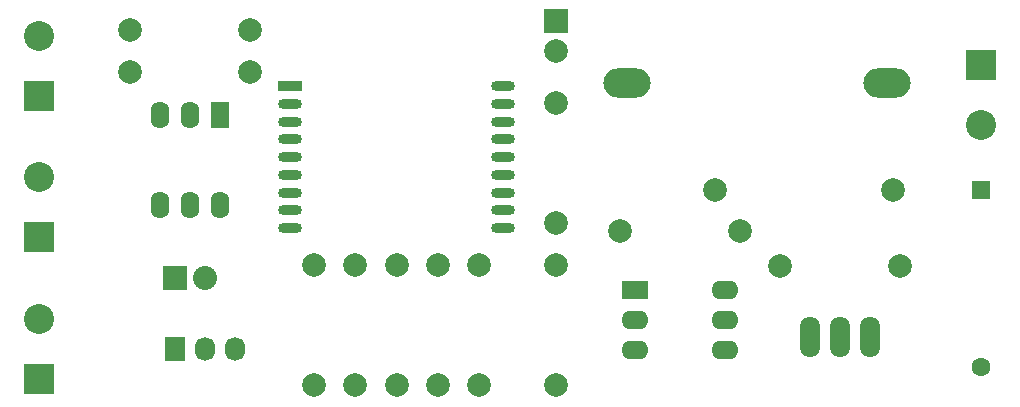
<source format=gbr>
G04 #@! TF.FileFunction,Soldermask,Top*
%FSLAX46Y46*%
G04 Gerber Fmt 4.6, Leading zero omitted, Abs format (unit mm)*
G04 Created by KiCad (PCBNEW 4.0.0-rc1-stable) date 12/10/2015 23:54:29*
%MOMM*%
G01*
G04 APERTURE LIST*
%ADD10C,0.100000*%
%ADD11R,2.000000X2.000000*%
%ADD12C,2.000000*%
%ADD13C,1.998980*%
%ADD14O,1.699260X3.500120*%
%ADD15R,1.574800X2.286000*%
%ADD16O,1.574800X2.286000*%
%ADD17R,2.286000X1.574800*%
%ADD18O,2.286000X1.574800*%
%ADD19R,1.600000X1.600000*%
%ADD20C,1.600000*%
%ADD21O,4.000500X2.499360*%
%ADD22R,2.540000X2.540000*%
%ADD23C,2.540000*%
%ADD24R,2.032000X2.032000*%
%ADD25O,2.032000X2.032000*%
%ADD26O,2.000000X0.900000*%
%ADD27R,2.000000X0.900000*%
%ADD28R,1.727200X2.032000*%
%ADD29O,1.727200X2.032000*%
G04 APERTURE END LIST*
D10*
D11*
X136000000Y-58750000D03*
D12*
X136000000Y-61290000D03*
D13*
X149500000Y-73000000D03*
X164500000Y-73000000D03*
D14*
X160000000Y-85500000D03*
X162540000Y-85500000D03*
X157460000Y-85500000D03*
D13*
X110080000Y-59500000D03*
X99920000Y-59500000D03*
X110080000Y-63000000D03*
X99920000Y-63000000D03*
X136000000Y-75830000D03*
X136000000Y-65670000D03*
X136000000Y-79420000D03*
X136000000Y-89580000D03*
X141420000Y-76500000D03*
X151580000Y-76500000D03*
X165080000Y-79500000D03*
X154920000Y-79500000D03*
D15*
X107540000Y-66690000D03*
D16*
X105000000Y-66690000D03*
X102460000Y-66690000D03*
X102460000Y-74310000D03*
X105000000Y-74310000D03*
X107540000Y-74310000D03*
D17*
X142690000Y-81460000D03*
D18*
X142690000Y-84000000D03*
X142690000Y-86540000D03*
X150310000Y-86540000D03*
X150310000Y-84000000D03*
X150310000Y-81460000D03*
D19*
X172000000Y-73000000D03*
D20*
X172000000Y-88000000D03*
D21*
X164000740Y-64000000D03*
X141999260Y-64000000D03*
D22*
X92250000Y-77040000D03*
D23*
X92250000Y-71960000D03*
D22*
X92250000Y-89040000D03*
D23*
X92250000Y-83960000D03*
D22*
X172000000Y-62460000D03*
D23*
X172000000Y-67540000D03*
D13*
X122500000Y-89580000D03*
X122500000Y-79420000D03*
X119000000Y-89580000D03*
X119000000Y-79420000D03*
X129500000Y-89580000D03*
X129500000Y-79420000D03*
X115500000Y-89580000D03*
X115500000Y-79420000D03*
X126000000Y-79420000D03*
X126000000Y-89580000D03*
D24*
X103750000Y-80500000D03*
D25*
X106290000Y-80500000D03*
D22*
X92250000Y-65040000D03*
D23*
X92250000Y-59960000D03*
D26*
X131500000Y-76250000D03*
X113500000Y-76250000D03*
D27*
X113500000Y-64250000D03*
D26*
X113500000Y-65750000D03*
X113500000Y-67250000D03*
X113500000Y-68750000D03*
X113500000Y-70250000D03*
X113500000Y-71750000D03*
X113500000Y-73250000D03*
X113500000Y-74750000D03*
X131500000Y-74750000D03*
X131500000Y-73250000D03*
X131500000Y-71750000D03*
X131500000Y-70250000D03*
X131500000Y-68750000D03*
X131500000Y-67250000D03*
X131500000Y-65750000D03*
X131500000Y-64250000D03*
D28*
X103750000Y-86500000D03*
D29*
X106290000Y-86500000D03*
X108830000Y-86500000D03*
M02*

</source>
